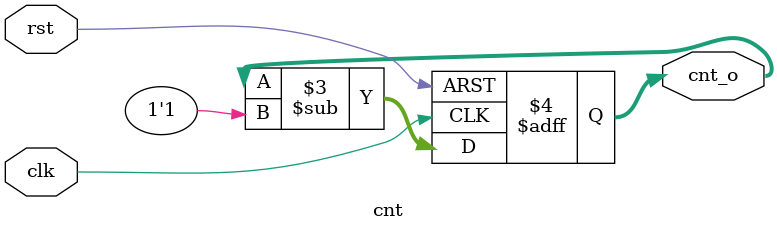
<source format=v>



// *******************
// TIMESCALE
// ******************* 
`timescale 1ns/1ps 

// *******************
// INFORMATION
// *******************


//*******************
//DEFINE(s)
//*******************
//`define UDLY 1    //Unit delay, for non-blocking assignments in sequential logic



//*******************
//DEFINE MODULE PORT
//*******************
module  cnt   (     
            input	clk ,
            input	rst ,
            output  reg [5:0] cnt_o         
              ) ;

//*******************
//DEFINE LOCAL PARAMETER
//*******************
//parameter(s)
                                    
 

//*********************
//INNER SIGNAL DECLARATION
//*********************
//REGS
  

//WIRES
 

//*********************
//INSTANTCE MODULE
//*********************




//*********************
//MAIN CORE
//********************* 

always @(posedge clk or posedge rst) begin
	if (rst == 1'b1) begin
		cnt_o <= 'd0 ;
	end
    else begin
        cnt_o <= cnt_o-1'b1 ;
    end
end



//*********************
endmodule   
</source>
